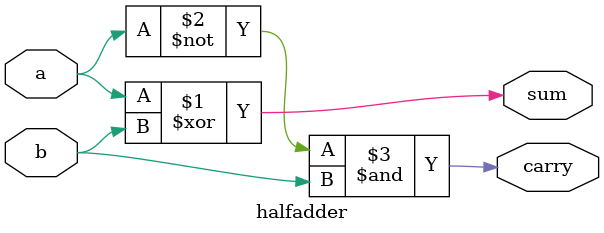
<source format=v>
module halfadder(input a,b, output sum, carry);
	
	xor x1(sum,a,b);
	and a1(carry,~a,b);
endmodule



</source>
